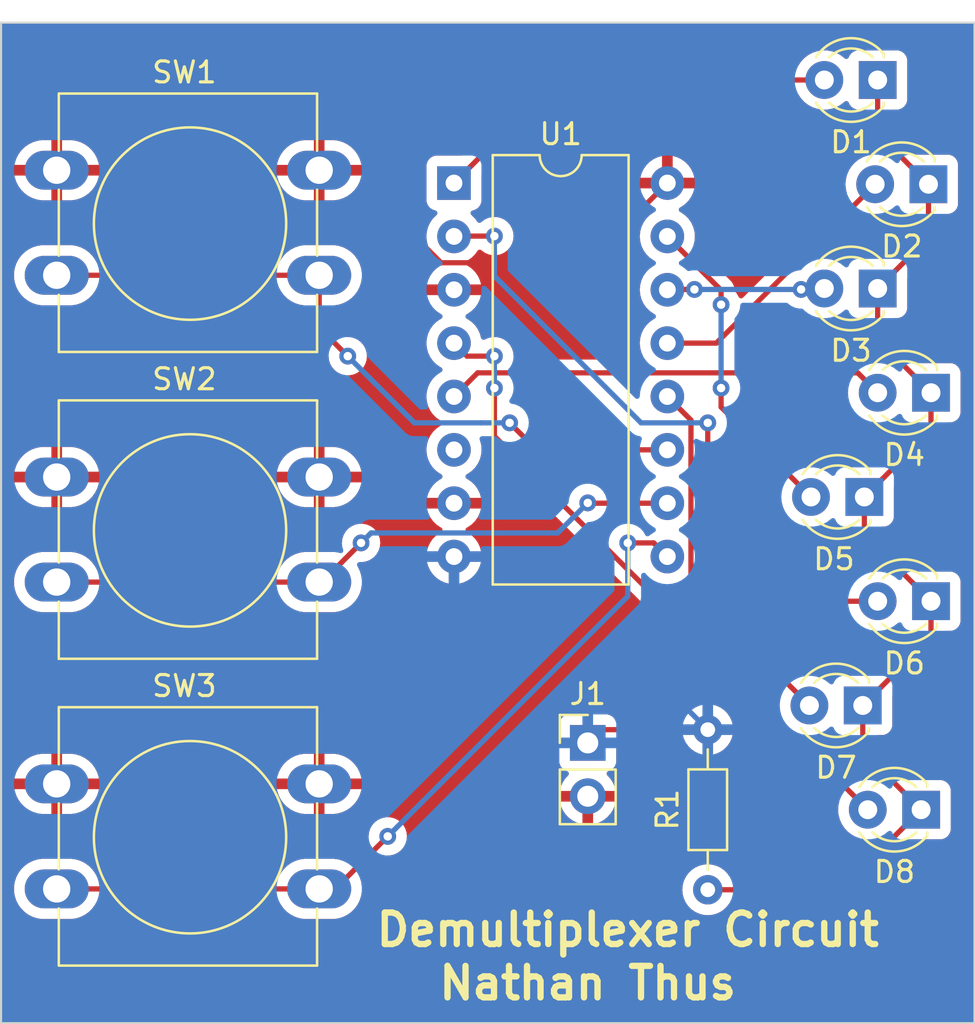
<source format=kicad_pcb>
(kicad_pcb (version 20240108) (generator "pcbnew") (generator_version "8.0")
  (layers (0 "F.Cu" signal) (31 "B.Cu" signal) (34 "B.Paste" user) (35 "F.Paste" user) (36 "B.SilkS" user "B.Silkscreen") (37 "F.SilkS" user "F.Silkscreen") (38 "B.Mask" user) (39 "F.Mask" user) (44 "Edge.Cuts" user))
  (net 0 "")
  (net 1 "Net-(D1-Pad1)")
  (net 2 "Net-(D1-Pad2)")
  (net 3 "Net-(D2-Pad2)")
  (net 4 "Net-(D3-Pad2)")
  (net 5 "Net-(D4-Pad2)")
  (net 6 "Net-(D5-Pad2)")
  (net 7 "Net-(D6-Pad2)")
  (net 8 "Net-(D7-Pad2)")
  (net 9 "Net-(D8-Pad2)")
  (net 10 "GND")
  (net 11 "+5V")
  (net 12 "Net-(SW1-Pad2)")
  (net 13 "Net-(SW2-Pad2)")
  (net 14 "Net-(SW3-Pad2)")
  (footprint "LED_THT:LED_D3.0mm" (layer "F.Cu") (at 133.110961 62.347852 180)
    (property "Reference" "D7" (at 1.27 -2.96 0) (layer "F.SilkS"))
    (property "Value" "LED")
    (fp_line (start -0.29 1.08) (end -0.29 1.236) (stroke (width 0.12)) (layer "F.SilkS"))
    (fp_line (start -0.29 -1.236) (end -0.29 -1.08) (stroke (width 0.12)) (layer "F.SilkS"))
    (fp_arc (start 2.942335 1.078608) (mid 1.366487 1.987659) (end -0.29 1.235516) (stroke (width 0.12)) (layer "F.SilkS"))
    (fp_arc (start 2.31113 1.079837) (mid 1.270117 1.5) (end 0.229039 1.08) (stroke (width 0.12)) (layer "F.SilkS"))
    (fp_arc (start 0.229039 -1.08) (mid 1.270117 -1.5) (end 2.31113 -1.079837) (stroke (width 0.12)) (layer "F.SilkS"))
    (fp_arc (start -0.29 -1.235516) (mid 1.366487 -1.987659) (end 2.942335 -1.078608) (stroke (width 0.12)) (layer "F.SilkS"))
    (pad "1" thru_hole rect (at 0 0 180) (size 1.8 1.8) (drill 0.9) (layers "*.Cu" "*.Mask") (net 1 "Net-(D1-Pad1)"))
    (pad "2" thru_hole circle (at 2.54 0 180) (size 1.8 1.8) (drill 0.9) (layers "*.Cu" "*.Mask") (net 8 "Net-(D7-Pad2)"))
  )
  (footprint "Resistor_THT:R_Axial_DIN0204_L3.6mm_D1.6mm_P7.62mm_Horizontal" (layer "F.Cu") (at 125.73 71.12 90)
    (property "Reference" "R1" (at 3.81 -1.92 90) (layer "F.SilkS"))
    (property "Value" "1K")
    (fp_line (start 5.73 -0.92) (end 1.89 -0.92) (stroke (width 0.12)) (layer "F.SilkS"))
    (fp_line (start 1.89 -0.92) (end 1.89 0.92) (stroke (width 0.12)) (layer "F.SilkS"))
    (fp_line (start 6.68 0) (end 5.73 0) (stroke (width 0.12)) (layer "F.SilkS"))
    (fp_line (start 0.94 0) (end 1.89 0) (stroke (width 0.12)) (layer "F.SilkS"))
    (fp_line (start 5.73 0.92) (end 5.73 -0.92) (stroke (width 0.12)) (layer "F.SilkS"))
    (fp_line (start 1.89 0.92) (end 5.73 0.92) (stroke (width 0.12)) (layer "F.SilkS"))
    (pad "1" thru_hole circle (at 0 0 90) (size 1.4 1.4) (drill 0.7) (layers "*.Cu" "*.Mask") (net 1 "Net-(D1-Pad1)"))
    (pad "2" thru_hole oval (at 7.62 0 90) (size 1.4 1.4) (drill 0.7) (layers "*.Cu" "*.Mask") (net 10 "GND"))
  )
  (footprint "LED_THT:LED_D3.0mm" (layer "F.Cu") (at 133.185961 52.423568 180)
    (property "Reference" "D5" (at 1.445 -2.96 0) (layer "F.SilkS"))
    (property "Value" "LED")
    (fp_line (start -0.29 1.08) (end -0.29 1.236) (stroke (width 0.12)) (layer "F.SilkS"))
    (fp_line (start -0.29 -1.236) (end -0.29 -1.08) (stroke (width 0.12)) (layer "F.SilkS"))
    (fp_arc (start 2.942335 1.078608) (mid 1.366487 1.987659) (end -0.29 1.235516) (stroke (width 0.12)) (layer "F.SilkS"))
    (fp_arc (start 2.31113 1.079837) (mid 1.270117 1.5) (end 0.229039 1.08) (stroke (width 0.12)) (layer "F.SilkS"))
    (fp_arc (start 0.229039 -1.08) (mid 1.270117 -1.5) (end 2.31113 -1.079837) (stroke (width 0.12)) (layer "F.SilkS"))
    (fp_arc (start -0.29 -1.235516) (mid 1.366487 -1.987659) (end 2.942335 -1.078608) (stroke (width 0.12)) (layer "F.SilkS"))
    (pad "1" thru_hole rect (at 0 0 180) (size 1.8 1.8) (drill 0.9) (layers "*.Cu" "*.Mask") (net 1 "Net-(D1-Pad1)"))
    (pad "2" thru_hole circle (at 2.54 0 180) (size 1.8 1.8) (drill 0.9) (layers "*.Cu" "*.Mask") (net 6 "Net-(D5-Pad2)"))
  )
  (footprint "Package_DIP:DIP-16_W10.16mm" (layer "F.Cu") (at 113.645 37.48)
    (property "Reference" "U1" (at 5.08 -2.33 0) (layer "F.SilkS"))
    (property "Value" "74HC4051")
    (fp_line (start 1.845 -1.33) (end 1.845 19.11) (stroke (width 0.12)) (layer "F.SilkS"))
    (fp_line (start 1.845 19.11) (end 8.315 19.11) (stroke (width 0.12)) (layer "F.SilkS"))
    (fp_line (start 4.08 -1.33) (end 1.845 -1.33) (stroke (width 0.12)) (layer "F.SilkS"))
    (fp_line (start 8.315 -1.33) (end 6.08 -1.33) (stroke (width 0.12)) (layer "F.SilkS"))
    (fp_line (start 8.315 19.11) (end 8.315 -1.33) (stroke (width 0.12)) (layer "F.SilkS"))
    (fp_arc (start 6.08 -1.33) (mid 5.08 -0.33) (end 4.08 -1.33) (stroke (width 0.12)) (layer "F.SilkS"))
    (pad "1" thru_hole rect (at 0 0) (size 1.6 1.6) (drill 0.8) (layers "*.Cu" "*.Mask") (net 2 "Net-(D1-Pad2)"))
    (pad "2" thru_hole oval (at 0 2.54) (size 1.6 1.6) (drill 0.8) (layers "*.Cu" "*.Mask") (net 7 "Net-(D6-Pad2)"))
    (pad "3" thru_hole oval (at 0 5.08) (size 1.6 1.6) (drill 0.8) (layers "*.Cu" "*.Mask") (net 11 "+5V"))
    (pad "4" thru_hole oval (at 0 7.62) (size 1.6 1.6) (drill 0.8) (layers "*.Cu" "*.Mask") (net 9 "Net-(D8-Pad2)"))
    (pad "5" thru_hole oval (at 0 10.16) (size 1.6 1.6) (drill 0.8) (layers "*.Cu" "*.Mask") (net 5 "Net-(D4-Pad2)"))
    (pad "6" thru_hole oval (at 0 12.7) (size 1.6 1.6) (drill 0.8) (layers "*.Cu" "*.Mask"))
    (pad "7" thru_hole oval (at 0 15.24) (size 1.6 1.6) (drill 0.8) (layers "*.Cu" "*.Mask") (net 11 "+5V"))
    (pad "8" thru_hole oval (at 0 17.78) (size 1.6 1.6) (drill 0.8) (layers "*.Cu" "*.Mask") (net 10 "GND"))
    (pad "9" thru_hole oval (at 10.16 17.78) (size 1.6 1.6) (drill 0.8) (layers "*.Cu" "*.Mask") (net 14 "Net-(SW3-Pad2)"))
    (pad "10" thru_hole oval (at 10.16 15.24) (size 1.6 1.6) (drill 0.8) (layers "*.Cu" "*.Mask") (net 13 "Net-(SW2-Pad2)"))
    (pad "11" thru_hole oval (at 10.16 12.7) (size 1.6 1.6) (drill 0.8) (layers "*.Cu" "*.Mask") (net 12 "Net-(SW1-Pad2)"))
    (pad "12" thru_hole oval (at 10.16 10.16) (size 1.6 1.6) (drill 0.8) (layers "*.Cu" "*.Mask") (net 8 "Net-(D7-Pad2)"))
    (pad "13" thru_hole oval (at 10.16 7.62) (size 1.6 1.6) (drill 0.8) (layers "*.Cu" "*.Mask") (net 3 "Net-(D2-Pad2)"))
    (pad "14" thru_hole oval (at 10.16 5.08) (size 1.6 1.6) (drill 0.8) (layers "*.Cu" "*.Mask") (net 4 "Net-(D3-Pad2)"))
    (pad "15" thru_hole oval (at 10.16 2.54) (size 1.6 1.6) (drill 0.8) (layers "*.Cu" "*.Mask") (net 6 "Net-(D5-Pad2)"))
    (pad "16" thru_hole oval (at 10.16 0) (size 1.6 1.6) (drill 0.8) (layers "*.Cu" "*.Mask") (net 11 "+5V"))
  )
  (footprint "LED_THT:LED_D3.0mm" (layer "F.Cu") (at 135.89 67.31 180)
    (property "Reference" "D8" (at 1.27 -2.96 0) (layer "F.SilkS"))
    (property "Value" "LED")
    (fp_line (start -0.29 1.08) (end -0.29 1.236) (stroke (width 0.12)) (layer "F.SilkS"))
    (fp_line (start -0.29 -1.236) (end -0.29 -1.08) (stroke (width 0.12)) (layer "F.SilkS"))
    (fp_arc (start 2.942335 1.078608) (mid 1.366487 1.987659) (end -0.29 1.235516) (stroke (width 0.12)) (layer "F.SilkS"))
    (fp_arc (start 2.31113 1.079837) (mid 1.270117 1.5) (end 0.229039 1.08) (stroke (width 0.12)) (layer "F.SilkS"))
    (fp_arc (start 0.229039 -1.08) (mid 1.270117 -1.5) (end 2.31113 -1.079837) (stroke (width 0.12)) (layer "F.SilkS"))
    (fp_arc (start -0.29 -1.235516) (mid 1.366487 -1.987659) (end 2.942335 -1.078608) (stroke (width 0.12)) (layer "F.SilkS"))
    (pad "1" thru_hole rect (at 0 0 180) (size 1.8 1.8) (drill 0.9) (layers "*.Cu" "*.Mask") (net 1 "Net-(D1-Pad1)"))
    (pad "2" thru_hole circle (at 2.54 0 180) (size 1.8 1.8) (drill 0.9) (layers "*.Cu" "*.Mask") (net 9 "Net-(D8-Pad2)"))
  )
  (footprint "LED_THT:LED_D3.0mm" (layer "F.Cu") (at 133.820961 32.575 180)
    (property "Reference" "D1" (at 1.27 -2.96 0) (layer "F.SilkS"))
    (property "Value" "LED")
    (fp_line (start -0.29 1.08) (end -0.29 1.236) (stroke (width 0.12)) (layer "F.SilkS"))
    (fp_line (start -0.29 -1.236) (end -0.29 -1.08) (stroke (width 0.12)) (layer "F.SilkS"))
    (fp_arc (start 2.942335 1.078608) (mid 1.366487 1.987659) (end -0.29 1.235516) (stroke (width 0.12)) (layer "F.SilkS"))
    (fp_arc (start 2.31113 1.079837) (mid 1.270117 1.5) (end 0.229039 1.08) (stroke (width 0.12)) (layer "F.SilkS"))
    (fp_arc (start 0.229039 -1.08) (mid 1.270117 -1.5) (end 2.31113 -1.079837) (stroke (width 0.12)) (layer "F.SilkS"))
    (fp_arc (start -0.29 -1.235516) (mid 1.366487 -1.987659) (end 2.942335 -1.078608) (stroke (width 0.12)) (layer "F.SilkS"))
    (pad "1" thru_hole rect (at 0 0 180) (size 1.8 1.8) (drill 0.9) (layers "*.Cu" "*.Mask") (net 1 "Net-(D1-Pad1)"))
    (pad "2" thru_hole circle (at 2.54 0 180) (size 1.8 1.8) (drill 0.9) (layers "*.Cu" "*.Mask") (net 2 "Net-(D1-Pad2)"))
  )
  (footprint "LED_THT:LED_D3.0mm" (layer "F.Cu") (at 133.820961 42.499284 180)
    (property "Reference" "D3" (at 1.27 -2.96 0) (layer "F.SilkS"))
    (property "Value" "LED")
    (fp_line (start -0.29 1.08) (end -0.29 1.236) (stroke (width 0.12)) (layer "F.SilkS"))
    (fp_line (start -0.29 -1.236) (end -0.29 -1.08) (stroke (width 0.12)) (layer "F.SilkS"))
    (fp_arc (start 2.942335 1.078608) (mid 1.366487 1.987659) (end -0.29 1.235516) (stroke (width 0.12)) (layer "F.SilkS"))
    (fp_arc (start 2.31113 1.079837) (mid 1.270117 1.5) (end 0.229039 1.08) (stroke (width 0.12)) (layer "F.SilkS"))
    (fp_arc (start 0.229039 -1.08) (mid 1.270117 -1.5) (end 2.31113 -1.079837) (stroke (width 0.12)) (layer "F.SilkS"))
    (fp_arc (start -0.29 -1.235516) (mid 1.366487 -1.987659) (end 2.942335 -1.078608) (stroke (width 0.12)) (layer "F.SilkS"))
    (pad "1" thru_hole rect (at 0 0 180) (size 1.8 1.8) (drill 0.9) (layers "*.Cu" "*.Mask") (net 1 "Net-(D1-Pad1)"))
    (pad "2" thru_hole circle (at 2.54 0 180) (size 1.8 1.8) (drill 0.9) (layers "*.Cu" "*.Mask") (net 4 "Net-(D3-Pad2)"))
  )
  (footprint "LED_THT:LED_D3.0mm" (layer "F.Cu") (at 136.360961 47.461426 180)
    (property "Reference" "D4" (at 1.27 -2.96 0) (layer "F.SilkS"))
    (property "Value" "LED")
    (fp_line (start -0.29 1.08) (end -0.29 1.236) (stroke (width 0.12)) (layer "F.SilkS"))
    (fp_line (start -0.29 -1.236) (end -0.29 -1.08) (stroke (width 0.12)) (layer "F.SilkS"))
    (fp_arc (start 2.942335 1.078608) (mid 1.366487 1.987659) (end -0.29 1.235516) (stroke (width 0.12)) (layer "F.SilkS"))
    (fp_arc (start 2.31113 1.079837) (mid 1.270117 1.5) (end 0.229039 1.08) (stroke (width 0.12)) (layer "F.SilkS"))
    (fp_arc (start 0.229039 -1.08) (mid 1.270117 -1.5) (end 2.31113 -1.079837) (stroke (width 0.12)) (layer "F.SilkS"))
    (fp_arc (start -0.29 -1.235516) (mid 1.366487 -1.987659) (end 2.942335 -1.078608) (stroke (width 0.12)) (layer "F.SilkS"))
    (pad "1" thru_hole rect (at 0 0 180) (size 1.8 1.8) (drill 0.9) (layers "*.Cu" "*.Mask") (net 1 "Net-(D1-Pad1)"))
    (pad "2" thru_hole circle (at 2.54 0 180) (size 1.8 1.8) (drill 0.9) (layers "*.Cu" "*.Mask") (net 5 "Net-(D4-Pad2)"))
  )
  (footprint "Button_Switch_THT:SW_PUSH-12mm" (layer "F.Cu") (at 94.725 66.08)
    (property "Reference" "SW3" (at 6.08 -4.66 0) (layer "F.SilkS"))
    (property "Value" "SW_Push")
    (fp_line (start 0.1 -3.65) (end 12.4 -3.65) (stroke (width 0.12)) (layer "F.SilkS"))
    (fp_line (start 0.1 -0.93) (end 0.1 -3.65) (stroke (width 0.12)) (layer "F.SilkS"))
    (fp_line (start 0.1 4.07) (end 0.1 0.93) (stroke (width 0.12)) (layer "F.SilkS"))
    (fp_line (start 0.1 8.65) (end 0.1 5.93) (stroke (width 0.12)) (layer "F.SilkS"))
    (fp_line (start 12.4 -3.65) (end 12.4 -0.93) (stroke (width 0.12)) (layer "F.SilkS"))
    (fp_line (start 12.4 0.93) (end 12.4 4.07) (stroke (width 0.12)) (layer "F.SilkS"))
    (fp_line (start 12.4 5.93) (end 12.4 8.65) (stroke (width 0.12)) (layer "F.SilkS"))
    (fp_line (start 12.4 8.65) (end 0.1 8.65) (stroke (width 0.12)) (layer "F.SilkS"))
    (fp_circle (center 6.35 2.54) (end 10.16 5.08) (stroke (width 0.12)) (fill none) (layer "F.SilkS"))
    (pad "1" thru_hole oval (at 0 0) (size 3.048 1.85) (drill 1.3) (layers "*.Cu" "*.Mask") (net 11 "+5V"))
    (pad "1" thru_hole oval (at 12.5 0) (size 3.048 1.85) (drill 1.3) (layers "*.Cu" "*.Mask") (net 11 "+5V"))
    (pad "2" thru_hole oval (at 0 5) (size 3.048 1.85) (drill 1.3) (layers "*.Cu" "*.Mask") (net 14 "Net-(SW3-Pad2)"))
    (pad "2" thru_hole oval (at 12.5 5) (size 3.048 1.85) (drill 1.3) (layers "*.Cu" "*.Mask") (net 14 "Net-(SW3-Pad2)"))
  )
  (footprint "LED_THT:LED_D3.0mm" (layer "F.Cu") (at 136.240961 37.537142 180)
    (property "Reference" "D2" (at 1.27 -2.96 0) (layer "F.SilkS"))
    (property "Value" "LED")
    (fp_line (start -0.29 1.08) (end -0.29 1.236) (stroke (width 0.12)) (layer "F.SilkS"))
    (fp_line (start -0.29 -1.236) (end -0.29 -1.08) (stroke (width 0.12)) (layer "F.SilkS"))
    (fp_arc (start 2.942335 1.078608) (mid 1.366487 1.987659) (end -0.29 1.235516) (stroke (width 0.12)) (layer "F.SilkS"))
    (fp_arc (start 2.31113 1.079837) (mid 1.270117 1.5) (end 0.229039 1.08) (stroke (width 0.12)) (layer "F.SilkS"))
    (fp_arc (start 0.229039 -1.08) (mid 1.270117 -1.5) (end 2.31113 -1.079837) (stroke (width 0.12)) (layer "F.SilkS"))
    (fp_arc (start -0.29 -1.235516) (mid 1.366487 -1.987659) (end 2.942335 -1.078608) (stroke (width 0.12)) (layer "F.SilkS"))
    (pad "1" thru_hole rect (at 0 0 180) (size 1.8 1.8) (drill 0.9) (layers "*.Cu" "*.Mask") (net 1 "Net-(D1-Pad1)"))
    (pad "2" thru_hole circle (at 2.54 0 180) (size 1.8 1.8) (drill 0.9) (layers "*.Cu" "*.Mask") (net 3 "Net-(D2-Pad2)"))
  )
  (footprint "Button_Switch_THT:SW_PUSH-12mm" (layer "F.Cu") (at 94.725 36.87)
    (property "Reference" "SW1" (at 6.08 -4.66 0) (layer "F.SilkS"))
    (property "Value" "SW_Push")
    (fp_line (start 0.1 -3.65) (end 12.4 -3.65) (stroke (width 0.12)) (layer "F.SilkS"))
    (fp_line (start 0.1 -0.93) (end 0.1 -3.65) (stroke (width 0.12)) (layer "F.SilkS"))
    (fp_line (start 0.1 4.07) (end 0.1 0.93) (stroke (width 0.12)) (layer "F.SilkS"))
    (fp_line (start 0.1 8.65) (end 0.1 5.93) (stroke (width 0.12)) (layer "F.SilkS"))
    (fp_line (start 12.4 -3.65) (end 12.4 -0.93) (stroke (width 0.12)) (layer "F.SilkS"))
    (fp_line (start 12.4 0.93) (end 12.4 4.07) (stroke (width 0.12)) (layer "F.SilkS"))
    (fp_line (start 12.4 5.93) (end 12.4 8.65) (stroke (width 0.12)) (layer "F.SilkS"))
    (fp_line (start 12.4 8.65) (end 0.1 8.65) (stroke (width 0.12)) (layer "F.SilkS"))
    (fp_circle (center 6.35 2.54) (end 10.16 5.08) (stroke (width 0.12)) (fill none) (layer "F.SilkS"))
    (pad "1" thru_hole oval (at 0 0) (size 3.048 1.85) (drill 1.3) (layers "*.Cu" "*.Mask") (net 11 "+5V"))
    (pad "1" thru_hole oval (at 12.5 0) (size 3.048 1.85) (drill 1.3) (layers "*.Cu" "*.Mask") (net 11 "+5V"))
    (pad "2" thru_hole oval (at 0 5) (size 3.048 1.85) (drill 1.3) (layers "*.Cu" "*.Mask") (net 12 "Net-(SW1-Pad2)"))
    (pad "2" thru_hole oval (at 12.5 5) (size 3.048 1.85) (drill 1.3) (layers "*.Cu" "*.Mask") (net 12 "Net-(SW1-Pad2)"))
  )
  (footprint "LED_THT:LED_D3.0mm" (layer "F.Cu") (at 136.360961 57.38571 180)
    (property "Reference" "D6" (at 1.27 -2.96 0) (layer "F.SilkS"))
    (property "Value" "LED")
    (fp_line (start -0.29 1.08) (end -0.29 1.236) (stroke (width 0.12)) (layer "F.SilkS"))
    (fp_line (start -0.29 -1.236) (end -0.29 -1.08) (stroke (width 0.12)) (layer "F.SilkS"))
    (fp_arc (start 2.942335 1.078608) (mid 1.366487 1.987659) (end -0.29 1.235516) (stroke (width 0.12)) (layer "F.SilkS"))
    (fp_arc (start 2.31113 1.079837) (mid 1.270117 1.5) (end 0.229039 1.08) (stroke (width 0.12)) (layer "F.SilkS"))
    (fp_arc (start 0.229039 -1.08) (mid 1.270117 -1.5) (end 2.31113 -1.079837) (stroke (width 0.12)) (layer "F.SilkS"))
    (fp_arc (start -0.29 -1.235516) (mid 1.366487 -1.987659) (end 2.942335 -1.078608) (stroke (width 0.12)) (layer "F.SilkS"))
    (pad "1" thru_hole rect (at 0 0 180) (size 1.8 1.8) (drill 0.9) (layers "*.Cu" "*.Mask") (net 1 "Net-(D1-Pad1)"))
    (pad "2" thru_hole circle (at 2.54 0 180) (size 1.8 1.8) (drill 0.9) (layers "*.Cu" "*.Mask") (net 7 "Net-(D6-Pad2)"))
  )
  (footprint "Connector_PinHeader_2.54mm:PinHeader_1x02_P2.54mm_Vertical" (layer "F.Cu") (at 120.015 64.13)
    (property "Reference" "J1" (at 0 -2.33 0) (layer "F.SilkS"))
    (property "Value" "Conn_01x02_Female")
    (fp_line (start -1.33 -1.33) (end 0 -1.33) (stroke (width 0.12)) (layer "F.SilkS"))
    (fp_line (start -1.33 0) (end -1.33 -1.33) (stroke (width 0.12)) (layer "F.SilkS"))
    (fp_line (start -1.33 1.27) (end -1.33 3.87) (stroke (width 0.12)) (layer "F.SilkS"))
    (fp_line (start -1.33 1.27) (end 1.33 1.27) (stroke (width 0.12)) (layer "F.SilkS"))
    (fp_line (start -1.33 3.87) (end 1.33 3.87) (stroke (width 0.12)) (layer "F.SilkS"))
    (fp_line (start 1.33 1.27) (end 1.33 3.87) (stroke (width 0.12)) (layer "F.SilkS"))
    (pad "1" thru_hole rect (at 0 0) (size 1.7 1.7) (drill 1) (layers "*.Cu" "*.Mask") (net 10 "GND"))
    (pad "2" thru_hole oval (at 0 2.54) (size 1.7 1.7) (drill 1) (layers "*.Cu" "*.Mask") (net 11 "+5V"))
  )
  (footprint "Button_Switch_THT:SW_PUSH-12mm" (layer "F.Cu") (at 94.725 51.475)
    (property "Reference" "SW2" (at 6.08 -4.66 0) (layer "F.SilkS"))
    (property "Value" "SW_Push")
    (fp_line (start 0.1 -3.65) (end 12.4 -3.65) (stroke (width 0.12)) (layer "F.SilkS"))
    (fp_line (start 0.1 -0.93) (end 0.1 -3.65) (stroke (width 0.12)) (layer "F.SilkS"))
    (fp_line (start 0.1 4.07) (end 0.1 0.93) (stroke (width 0.12)) (layer "F.SilkS"))
    (fp_line (start 0.1 8.65) (end 0.1 5.93) (stroke (width 0.12)) (layer "F.SilkS"))
    (fp_line (start 12.4 -3.65) (end 12.4 -0.93) (stroke (width 0.12)) (layer "F.SilkS"))
    (fp_line (start 12.4 0.93) (end 12.4 4.07) (stroke (width 0.12)) (layer "F.SilkS"))
    (fp_line (start 12.4 5.93) (end 12.4 8.65) (stroke (width 0.12)) (layer "F.SilkS"))
    (fp_line (start 12.4 8.65) (end 0.1 8.65) (stroke (width 0.12)) (layer "F.SilkS"))
    (fp_circle (center 6.35 2.54) (end 10.16 5.08) (stroke (width 0.12)) (fill none) (layer "F.SilkS"))
    (pad "1" thru_hole oval (at 0 0) (size 3.048 1.85) (drill 1.3) (layers "*.Cu" "*.Mask") (net 11 "+5V"))
    (pad "1" thru_hole oval (at 12.5 0) (size 3.048 1.85) (drill 1.3) (layers "*.Cu" "*.Mask") (net 11 "+5V"))
    (pad "2" thru_hole oval (at 0 5) (size 3.048 1.85) (drill 1.3) (layers "*.Cu" "*.Mask") (net 13 "Net-(SW2-Pad2)"))
    (pad "2" thru_hole oval (at 12.5 5) (size 3.048 1.85) (drill 1.3) (layers "*.Cu" "*.Mask") (net 13 "Net-(SW2-Pad2)"))
  )
  (gr_rect (start 92.075 29.845) (end 138.43 77.47) (stroke (width 0.1)) (fill none) (layer "Edge.Cuts"))
  (gr_text "Demultiplexer Circuit" (at 121.92 73.025 0) (layer "F.SilkS") (effects (font (size 1.5 1.5) (thickness 0.3))))
  (gr_text "Nathan Thus" (at 120.015 75.565 0) (layer "F.SilkS") (effects (font (size 1.5 1.5) (thickness 0.3))))
  (segment (start 136.360961 57.38571) (end 136.360961 59.097852) (width 0.25) (layer "F.Cu") (net 1))
  (segment (start 136.240961 37.537142) (end 136.240961 40.079284) (width 0.25) (layer "F.Cu") (net 1))
  (segment (start 133.185961 52.423568) (end 133.185961 54.21071) (width 0.25) (layer "F.Cu") (net 1))
  (segment (start 132.08 71.12) (end 125.73 71.12) (width 0.25) (layer "F.Cu") (net 1))
  (segment (start 133.110961 62.347852) (end 133.110961 64.530961) (width 0.25) (layer "F.Cu") (net 1))
  (segment (start 133.820961 32.575) (end 133.820961 35.117142) (width 0.25) (layer "F.Cu") (net 1))
  (segment (start 133.820961 42.499284) (end 133.820961 44.921426) (width 0.25) (layer "F.Cu") (net 1))
  (segment (start 136.360961 49.248568) (end 133.185961 52.423568) (width 0.25) (layer "F.Cu") (net 1))
  (segment (start 136.360961 59.097852) (end 133.110961 62.347852) (width 0.25) (layer "F.Cu") (net 1))
  (segment (start 136.360961 47.461426) (end 136.360961 49.248568) (width 0.25) (layer "F.Cu") (net 1))
  (segment (start 133.820961 35.117142) (end 136.240961 37.537142) (width 0.25) (layer "F.Cu") (net 1))
  (segment (start 136.240961 40.079284) (end 133.820961 42.499284) (width 0.25) (layer "F.Cu") (net 1))
  (segment (start 133.110961 64.530961) (end 135.89 67.31) (width 0.25) (layer "F.Cu") (net 1))
  (segment (start 133.185961 54.21071) (end 136.360961 57.38571) (width 0.25) (layer "F.Cu") (net 1))
  (segment (start 133.820961 44.921426) (end 136.360961 47.461426) (width 0.25) (layer "F.Cu") (net 1))
  (segment (start 135.89 67.31) (end 132.08 71.12) (width 0.25) (layer "F.Cu") (net 1))
  (segment (start 118.55 32.575) (end 113.645 37.48) (width 0.25) (layer "F.Cu") (net 2))
  (segment (start 131.280961 32.575) (end 118.55 32.575) (width 0.25) (layer "F.Cu") (net 2))
  (segment (start 133.700961 37.537142) (end 126.138103 45.1) (width 0.25) (layer "F.Cu") (net 3))
  (segment (start 126.138103 45.1) (end 123.805 45.1) (width 0.25) (layer "F.Cu") (net 3))
  (segment (start 123.82 42.545) (end 123.805 42.56) (width 0.25) (layer "F.Cu") (net 4))
  (segment (start 130.220716 42.499284) (end 130.175 42.545) (width 0.25) (layer "F.Cu") (net 4))
  (segment (start 125.095 42.545) (end 123.82 42.545) (width 0.25) (layer "F.Cu") (net 4))
  (segment (start 131.280961 42.499284) (end 130.220716 42.499284) (width 0.25) (layer "F.Cu") (net 4))
  (via (at 130.175 42.545) (size 0.8) (drill 0.4) (layers "F.Cu" "B.Cu") (net 4))
  (via (at 125.095 42.545) (size 0.8) (drill 0.4) (layers "F.Cu" "B.Cu") (net 4))
  (segment (start 130.175 42.545) (end 125.095 42.545) (width 0.25) (layer "B.Cu") (net 4))
  (segment (start 114.77 46.515) (end 113.645 47.64) (width 0.25) (layer "F.Cu") (net 5))
  (segment (start 133.820961 47.461426) (end 132.874535 46.515) (width 0.25) (layer "F.Cu") (net 5))
  (segment (start 132.874535 46.515) (end 114.77 46.515) (width 0.25) (layer "F.Cu") (net 5))
  (segment (start 126.365 48.142607) (end 126.365 47.2395) (width 0.25) (layer "F.Cu") (net 6))
  (segment (start 126.365 43.2695) (end 126.365 42.58) (width 0.25) (layer "F.Cu") (net 6))
  (segment (start 130.645961 52.423568) (end 126.365 48.142607) (width 0.25) (layer "F.Cu") (net 6))
  (segment (start 126.365 42.58) (end 123.805 40.02) (width 0.25) (layer "F.Cu") (net 6))
  (via (at 126.365 47.2395) (size 0.8) (drill 0.4) (layers "F.Cu" "B.Cu") (net 6))
  (via (at 126.365 43.2695) (size 0.8) (drill 0.4) (layers "F.Cu" "B.Cu") (net 6))
  (segment (start 126.365 47.2395) (end 126.365 43.2695) (width 0.25) (layer "B.Cu") (net 6))
  (segment (start 113.66 40.005) (end 113.645 40.02) (width 0.25) (layer "F.Cu") (net 7))
  (segment (start 127.635 52.705) (end 125.73 50.8) (width 0.25) (layer "F.Cu") (net 7))
  (segment (start 132.31571 57.38571) (end 127.635 52.705) (width 0.25) (layer "F.Cu") (net 7))
  (segment (start 125.73 50.8) (end 125.73 48.895) (width 0.25) (layer "F.Cu") (net 7))
  (segment (start 133.820961 57.38571) (end 132.31571 57.38571) (width 0.25) (layer "F.Cu") (net 7))
  (segment (start 115.57 40.005) (end 113.66 40.005) (width 0.25) (layer "F.Cu") (net 7))
  (via (at 125.73 48.895) (size 0.8) (drill 0.4) (layers "F.Cu" "B.Cu") (net 7))
  (via (at 115.57 40.005) (size 0.8) (drill 0.4) (layers "F.Cu" "B.Cu") (net 7))
  (segment (start 115.57 41.91) (end 115.57 40.005) (width 0.25) (layer "B.Cu") (net 7))
  (segment (start 122.555 48.895) (end 115.57 41.91) (width 0.25) (layer "B.Cu") (net 7))
  (segment (start 125.73 48.895) (end 122.555 48.895) (width 0.25) (layer "B.Cu") (net 7))
  (segment (start 130.570961 62.347852) (end 124.93 56.706891) (width 0.25) (layer "F.Cu") (net 8))
  (segment (start 124.93 48.765) (end 123.805 47.64) (width 0.25) (layer "F.Cu") (net 8))
  (segment (start 124.93 56.706891) (end 124.93 48.765) (width 0.25) (layer "F.Cu") (net 8))
  (segment (start 115.57 45.72) (end 114.265 45.72) (width 0.25) (layer "F.Cu") (net 9))
  (segment (start 114.265 45.72) (end 113.645 45.1) (width 0.25) (layer "F.Cu") (net 9))
  (segment (start 115.57 49.53) (end 115.57 47.2395) (width 0.25) (layer "F.Cu") (net 9))
  (segment (start 133.35 67.31) (end 115.57 49.53) (width 0.25) (layer "F.Cu") (net 9))
  (via (at 115.57 45.72) (size 0.8) (drill 0.4) (layers "F.Cu" "B.Cu") (net 9))
  (via (at 115.57 47.2395) (size 0.8) (drill 0.4) (layers "F.Cu" "B.Cu") (net 9))
  (segment (start 115.57 47.2395) (end 115.57 45.72) (width 0.25) (layer "B.Cu") (net 9))
  (segment (start 125.73 63.5) (end 120.645 63.5) (width 0.25) (layer "F.Cu") (net 10))
  (segment (start 120.645 63.5) (end 120.015 64.13) (width 0.25) (layer "F.Cu") (net 10))
  (segment (start 120.015 64.13) (end 120.015 62.865) (width 0.25) (layer "B.Cu") (net 10))
  (segment (start 113.645 55.26) (end 113.645 56.535) (width 0.25) (layer "B.Cu") (net 10))
  (segment (start 123.825 61.595) (end 123.825 60.96) (width 0.25) (layer "B.Cu") (net 10))
  (segment (start 125.73 63.5) (end 123.825 61.595) (width 0.25) (layer "B.Cu") (net 10))
  (segment (start 120.015 62.865) (end 121.285 61.595) (width 0.25) (layer "B.Cu") (net 10))
  (segment (start 113.645 56.535) (end 112.395 57.785) (width 0.25) (layer "B.Cu") (net 10))
  (segment (start 113.645 42.56) (end 112.41 42.56) (width 0.25) (layer "F.Cu") (net 11))
  (segment (start 112.41 42.56) (end 111.125 41.275) (width 0.25) (layer "F.Cu") (net 11))
  (segment (start 120.01 41.275) (end 113.03 41.275) (width 0.25) (layer "F.Cu") (net 11))
  (segment (start 113.025 66.67) (end 111.76 65.405) (width 0.25) (layer "F.Cu") (net 11))
  (segment (start 94.725 66.08) (end 107.225 66.08) (width 0.25) (layer "F.Cu") (net 11))
  (segment (start 109.815 66.08) (end 110.49 65.405) (width 0.25) (layer "F.Cu") (net 11))
  (segment (start 107.225 66.08) (end 109.815 66.08) (width 0.25) (layer "F.Cu") (net 11))
  (segment (start 113.645 52.72) (end 111.14 52.72) (width 0.25) (layer "F.Cu") (net 11))
  (segment (start 94.725 36.87) (end 107.225 36.87) (width 0.25) (layer "F.Cu") (net 11))
  (segment (start 107.225 36.87) (end 109.895 36.87) (width 0.25) (layer "F.Cu") (net 11))
  (segment (start 109.18 51.475) (end 110.49 50.165) (width 0.25) (layer "F.Cu") (net 11))
  (segment (start 109.895 36.87) (end 111.125 38.1) (width 0.25) (layer "F.Cu") (net 11))
  (segment (start 113.03 41.275) (end 111.76 40.005) (width 0.25) (layer "F.Cu") (net 11))
  (segment (start 111.125 41.275) (end 111.125 40.64) (width 0.25) (layer "F.Cu") (net 11))
  (segment (start 107.225 51.475) (end 109.18 51.475) (width 0.25) (layer "F.Cu") (net 11))
  (segment (start 120.015 66.67) (end 113.025 66.67) (width 0.25) (layer "F.Cu") (net 11))
  (segment (start 94.725 51.475) (end 107.225 51.475) (width 0.25) (layer "F.Cu") (net 11))
  (segment (start 123.805 37.48) (end 120.01 41.275) (width 0.25) (layer "F.Cu") (net 11))
  (segment (start 94.725 41.87) (end 107.225 41.87) (width 0.25) (layer "F.Cu") (net 12))
  (segment (start 116.2945 48.895) (end 117.5795 50.18) (width 0.25) (layer "F.Cu") (net 12))
  (segment (start 117.5795 50.18) (end 123.805 50.18) (width 0.25) (layer "F.Cu") (net 12))
  (segment (start 107.225 44.36) (end 107.225 41.87) (width 0.25) (layer "F.Cu") (net 12))
  (segment (start 108.585 45.72) (end 107.225 44.36) (width 0.25) (layer "F.Cu") (net 12))
  (via (at 116.2945 48.895) (size 0.8) (drill 0.4) (layers "F.Cu" "B.Cu") (net 12))
  (via (at 108.585 45.72) (size 0.8) (drill 0.4) (layers "F.Cu" "B.Cu") (net 12))
  (segment (start 114.935 48.895) (end 111.76 48.895) (width 0.25) (layer "B.Cu") (net 12))
  (segment (start 114.935 48.895) (end 116.2945 48.895) (width 0.25) (layer "B.Cu") (net 12))
  (segment (start 111.76 48.895) (end 108.585 45.72) (width 0.25) (layer "B.Cu") (net 12))
  (segment (start 120.015 52.705) (end 120.03 52.72) (width 0.25) (layer "F.Cu") (net 13))
  (segment (start 120.03 52.72) (end 123.805 52.72) (width 0.25) (layer "F.Cu") (net 13))
  (segment (start 107.225 56.475) (end 107.355 56.475) (width 0.25) (layer "F.Cu") (net 13))
  (segment (start 107.355 56.475) (end 109.22 54.61) (width 0.25) (layer "F.Cu") (net 13))
  (segment (start 107.225 56.475) (end 94.725 56.475) (width 0.25) (layer "F.Cu") (net 13))
  (via (at 109.22 54.61) (size 0.8) (drill 0.4) (layers "F.Cu" "B.Cu") (net 13))
  (via (at 120.015 52.705) (size 0.8) (drill 0.4) (layers "F.Cu" "B.Cu") (net 13))
  (segment (start 109.22 54.61) (end 109.695 54.135) (width 0.25) (layer "B.Cu") (net 13))
  (segment (start 109.695 54.135) (end 118.585 54.135) (width 0.25) (layer "B.Cu") (net 13))
  (segment (start 118.585 54.135) (end 118.745 53.975) (width 0.25) (layer "B.Cu") (net 13))
  (segment (start 118.745 53.975) (end 120.015 52.705) (width 0.25) (layer "B.Cu") (net 13))
  (segment (start 123.155 54.61) (end 123.805 55.26) (width 0.25) (layer "F.Cu") (net 14))
  (segment (start 107.99 71.08) (end 110.49 68.58) (width 0.25) (layer "F.Cu") (net 14))
  (segment (start 121.92 54.61) (end 123.155 54.61) (width 0.25) (layer "F.Cu") (net 14))
  (segment (start 107.225 71.08) (end 107.99 71.08) (width 0.25) (layer "F.Cu") (net 14))
  (segment (start 107.225 71.08) (end 94.725 71.08) (width 0.25) (layer "F.Cu") (net 14))
  (via (at 121.92 54.61) (size 0.8) (drill 0.4) (layers "F.Cu" "B.Cu") (net 14))
  (via (at 110.49 68.58) (size 0.8) (drill 0.4) (layers "F.Cu" "B.Cu") (net 14))
  (segment (start 121.92 57.15) (end 121.92 54.61) (width 0.25) (layer "B.Cu") (net 14))
  (segment (start 110.49 68.58) (end 121.92 57.15) (width 0.25) (layer "B.Cu") (net 14))
  (zone (net 11) (net_name "+5V") (layer "F.Cu") (connect_pads (clearance 0.508)) (min_thickness 0.254) (fill yes (thermal_gap 0.508) (thermal_bridge_width 0.508))
    (polygon (pts (xy 138.43 77.47) (xy 92.075 77.47) (xy 92.075 29.845) (xy 138.43 29.845)))
  )
  (zone (net 10) (net_name "GND") (layer "B.Cu") (connect_pads (clearance 0.508)) (min_thickness 0.254) (fill yes (thermal_gap 0.508) (thermal_bridge_width 0.508))
    (polygon (pts (xy 138.43 77.47) (xy 92.075 77.47) (xy 92.075 29.845) (xy 138.43 29.845)))
  )
)
</source>
